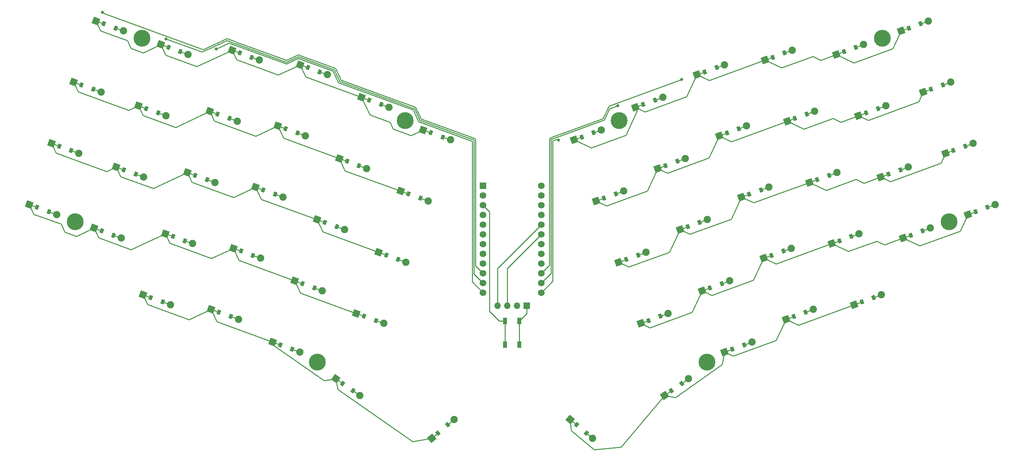
<source format=gbr>
%TF.GenerationSoftware,KiCad,Pcbnew,7.0.1-0*%
%TF.CreationDate,2023-04-16T11:56:44-05:00*%
%TF.ProjectId,tutorial,7475746f-7269-4616-9c2e-6b696361645f,v1.0.0*%
%TF.SameCoordinates,Original*%
%TF.FileFunction,Copper,L1,Top*%
%TF.FilePolarity,Positive*%
%FSLAX46Y46*%
G04 Gerber Fmt 4.6, Leading zero omitted, Abs format (unit mm)*
G04 Created by KiCad (PCBNEW 7.0.1-0) date 2023-04-16 11:56:44*
%MOMM*%
%LPD*%
G01*
G04 APERTURE LIST*
G04 Aperture macros list*
%AMRotRect*
0 Rectangle, with rotation*
0 The origin of the aperture is its center*
0 $1 length*
0 $2 width*
0 $3 Rotation angle, in degrees counterclockwise*
0 Add horizontal line*
21,1,$1,$2,0,0,$3*%
G04 Aperture macros list end*
%TA.AperFunction,SMDPad,CuDef*%
%ADD10R,1.100000X1.800000*%
%TD*%
%TA.AperFunction,ComponentPad*%
%ADD11RotRect,1.778000X1.778000X20.000000*%
%TD*%
%TA.AperFunction,SMDPad,CuDef*%
%ADD12RotRect,0.900000X1.200000X20.000000*%
%TD*%
%TA.AperFunction,ComponentPad*%
%ADD13C,1.905000*%
%TD*%
%TA.AperFunction,ComponentPad*%
%ADD14RotRect,1.778000X1.778000X340.000000*%
%TD*%
%TA.AperFunction,SMDPad,CuDef*%
%ADD15RotRect,0.900000X1.200000X340.000000*%
%TD*%
%TA.AperFunction,ComponentPad*%
%ADD16C,0.700000*%
%TD*%
%TA.AperFunction,ComponentPad*%
%ADD17C,4.400000*%
%TD*%
%TA.AperFunction,ComponentPad*%
%ADD18RotRect,1.778000X1.778000X40.000000*%
%TD*%
%TA.AperFunction,SMDPad,CuDef*%
%ADD19RotRect,0.900000X1.200000X40.000000*%
%TD*%
%TA.AperFunction,ComponentPad*%
%ADD20R,1.700000X1.700000*%
%TD*%
%TA.AperFunction,ComponentPad*%
%ADD21O,1.700000X1.700000*%
%TD*%
%TA.AperFunction,ComponentPad*%
%ADD22R,1.752600X1.752600*%
%TD*%
%TA.AperFunction,ComponentPad*%
%ADD23C,1.752600*%
%TD*%
%TA.AperFunction,ComponentPad*%
%ADD24RotRect,1.778000X1.778000X320.000000*%
%TD*%
%TA.AperFunction,SMDPad,CuDef*%
%ADD25RotRect,0.900000X1.200000X320.000000*%
%TD*%
%TA.AperFunction,ComponentPad*%
%ADD26RotRect,1.778000X1.778000X35.000000*%
%TD*%
%TA.AperFunction,SMDPad,CuDef*%
%ADD27RotRect,0.900000X1.200000X35.000000*%
%TD*%
%TA.AperFunction,ComponentPad*%
%ADD28RotRect,1.778000X1.778000X325.000000*%
%TD*%
%TA.AperFunction,SMDPad,CuDef*%
%ADD29RotRect,0.900000X1.200000X325.000000*%
%TD*%
%TA.AperFunction,ViaPad*%
%ADD30C,0.800000*%
%TD*%
%TA.AperFunction,Conductor*%
%ADD31C,0.250000*%
%TD*%
G04 APERTURE END LIST*
D10*
%TO.P,B1,1*%
%TO.N,GND*%
X183573329Y-173175926D03*
X183573329Y-179375926D03*
%TO.P,B1,2*%
%TO.N,RST*%
X179873329Y-173175926D03*
X179873329Y-179375926D03*
%TD*%
D11*
%TO.P,D35,1*%
%TO.N,P4*%
X277994812Y-135557314D03*
D12*
X280024548Y-134818550D03*
%TO.P,D35,2*%
%TO.N,mirror_pinky_home*%
X283125534Y-133689884D03*
D13*
X285155270Y-132951120D03*
%TD*%
D14*
%TO.P,D10,1*%
%TO.N,P18*%
X91101621Y-150383792D03*
D15*
X93131357Y-151122556D03*
%TO.P,D10,2*%
%TO.N,ring_bottom*%
X96232343Y-152251222D03*
D13*
X98262079Y-152989986D03*
%TD*%
D16*
%TO.P,_6,1*%
%TO.N,N/C*%
X294330321Y-147809110D03*
X294385406Y-146547457D03*
X295183494Y-148740185D03*
X295316481Y-145694284D03*
D17*
X295880814Y-147244777D03*
D16*
X296445147Y-148795270D03*
X296578134Y-145749369D03*
X297376222Y-147942097D03*
X297431307Y-146680444D03*
%TD*%
D14*
%TO.P,D25,1*%
%TO.N,P19*%
X146804315Y-155227335D03*
D15*
X148834051Y-155966099D03*
%TO.P,D25,2*%
%TO.N,inner_home*%
X151935037Y-157094765D03*
D13*
X153964773Y-157833529D03*
%TD*%
D11*
%TO.P,D39,1*%
%TO.N,P5*%
X265184580Y-152989986D03*
D12*
X267214316Y-152251222D03*
%TO.P,D39,2*%
%TO.N,mirror_ring_bottom*%
X270315302Y-151122556D03*
D13*
X272345038Y-150383792D03*
%TD*%
D11*
%TO.P,D41,1*%
%TO.N,P0*%
X253555893Y-121040438D03*
D12*
X255585629Y-120301674D03*
%TO.P,D41,2*%
%TO.N,mirror_ring_top*%
X258686615Y-119173008D03*
D13*
X260716351Y-118434244D03*
%TD*%
D11*
%TO.P,D43,1*%
%TO.N,P6*%
X253229407Y-172771892D03*
D12*
X255259143Y-172033128D03*
%TO.P,D43,2*%
%TO.N,mirror_middle_mod*%
X258360129Y-170904462D03*
D13*
X260389865Y-170165698D03*
%TD*%
D18*
%TO.P,D29,1*%
%TO.N,P15*%
X160705522Y-203831244D03*
D19*
X162360178Y-202442823D03*
%TO.P,D29,2*%
%TO.N,space_cluster*%
X164888124Y-200321623D03*
D13*
X166542780Y-198933202D03*
%TD*%
D16*
%TO.P,_1,1*%
%TO.N,N/C*%
X83458379Y-98756116D03*
X84311552Y-97825041D03*
X83513464Y-100017769D03*
X85573205Y-97769956D03*
D17*
X85008872Y-99320449D03*
D16*
X84444539Y-100870942D03*
X86504280Y-98623129D03*
X85706192Y-100815857D03*
X86559365Y-99884782D03*
%TD*%
D11*
%TO.P,D36,1*%
%TO.N,P0*%
X272180461Y-119582539D03*
D12*
X274210197Y-118843775D03*
%TO.P,D36,2*%
%TO.N,mirror_pinky_top*%
X277311183Y-117715109D03*
D13*
X279340919Y-116976345D03*
%TD*%
D14*
%TO.P,D17,1*%
%TO.N,P20*%
X120499832Y-122241369D03*
D15*
X122529568Y-122980133D03*
%TO.P,D17,2*%
%TO.N,middle_top*%
X125630554Y-124108799D03*
D13*
X127660290Y-124847563D03*
%TD*%
D14*
%TO.P,D16,1*%
%TO.N,P19*%
X114685479Y-138216148D03*
D15*
X116715215Y-138954912D03*
%TO.P,D16,2*%
%TO.N,middle_home*%
X119816201Y-140083578D03*
D13*
X121845937Y-140822342D03*
%TD*%
D14*
%TO.P,D26,1*%
%TO.N,P20*%
X152618658Y-139252562D03*
D15*
X154648394Y-139991326D03*
%TO.P,D26,2*%
%TO.N,inner_top*%
X157749380Y-141119992D03*
D13*
X159779116Y-141858756D03*
%TD*%
D14*
%TO.P,D22,1*%
%TO.N,P20*%
X136559249Y-130746969D03*
D15*
X138588985Y-131485733D03*
%TO.P,D22,2*%
%TO.N,index_top*%
X141689971Y-132614399D03*
D13*
X143719707Y-133353163D03*
%TD*%
D14*
%TO.P,D1,1*%
%TO.N,P18*%
X55562585Y-142769522D03*
D15*
X57592321Y-143508286D03*
%TO.P,D1,2*%
%TO.N,outer_bottom*%
X60693307Y-144636952D03*
D13*
X62723043Y-145375716D03*
%TD*%
D11*
%TO.P,D30,1*%
%TO.N,P5*%
X300723614Y-145375720D03*
D12*
X302753350Y-144636956D03*
%TO.P,D30,2*%
%TO.N,mirror_outer_bottom*%
X305854336Y-143508290D03*
D13*
X307884072Y-142769526D03*
%TD*%
D14*
%TO.P,D21,1*%
%TO.N,P19*%
X130744898Y-146721741D03*
D15*
X132774634Y-147460505D03*
%TO.P,D21,2*%
%TO.N,index_home*%
X135875620Y-148589171D03*
D13*
X137905356Y-149327935D03*
%TD*%
D20*
%TO.P,OLED1,1*%
%TO.N,GND*%
X185523336Y-169231975D03*
D21*
%TO.P,OLED1,2*%
%TO.N,VCC*%
X182983336Y-169231975D03*
%TO.P,OLED1,3*%
%TO.N,P3*%
X180443336Y-169231975D03*
%TO.P,OLED1,4*%
%TO.N,P2*%
X177903336Y-169231975D03*
%TD*%
D11*
%TO.P,D50,1*%
%TO.N,P4*%
X225541303Y-149327940D03*
D12*
X227571039Y-148589176D03*
%TO.P,D50,2*%
%TO.N,mirror_index_home*%
X230672025Y-147460510D03*
D13*
X232701761Y-146721746D03*
%TD*%
D11*
%TO.P,D34,1*%
%TO.N,P5*%
X283809152Y-151532094D03*
D12*
X285838888Y-150793330D03*
%TO.P,D34,2*%
%TO.N,mirror_pinky_bottom*%
X288939874Y-149664664D03*
D13*
X290969610Y-148925900D03*
%TD*%
D11*
%TO.P,D37,1*%
%TO.N,P1*%
X266366125Y-103607768D03*
D12*
X268395861Y-102869004D03*
%TO.P,D37,2*%
%TO.N,mirror_pinky_num*%
X271496847Y-101740338D03*
D13*
X273526583Y-101001574D03*
%TD*%
D14*
%TO.P,D2,1*%
%TO.N,P19*%
X61376932Y-126794752D03*
D15*
X63406668Y-127533516D03*
%TO.P,D2,2*%
%TO.N,outer_home*%
X66507654Y-128662182D03*
D13*
X68537390Y-129400946D03*
%TD*%
D22*
%TO.P,MCU1,1*%
%TO.N,RAW*%
X174103327Y-137861977D03*
D23*
%TO.P,MCU1,2*%
%TO.N,GND*%
X174103327Y-140401977D03*
%TO.P,MCU1,3*%
%TO.N,RST*%
X174103327Y-142941977D03*
%TO.P,MCU1,4*%
%TO.N,VCC*%
X174103327Y-145481977D03*
%TO.P,MCU1,5*%
%TO.N,P21*%
X174103327Y-148021977D03*
%TO.P,MCU1,6*%
%TO.N,P20*%
X174103327Y-150561977D03*
%TO.P,MCU1,7*%
%TO.N,P19*%
X174103327Y-153101977D03*
%TO.P,MCU1,8*%
%TO.N,P18*%
X174103327Y-155641977D03*
%TO.P,MCU1,9*%
%TO.N,P15*%
X174103327Y-158181977D03*
%TO.P,MCU1,10*%
%TO.N,P14*%
X174103327Y-160721977D03*
%TO.P,MCU1,11*%
%TO.N,P16*%
X174103327Y-163261977D03*
%TO.P,MCU1,12*%
%TO.N,P10*%
X174103327Y-165801977D03*
%TO.P,MCU1,13*%
%TO.N,P1*%
X189343327Y-137861977D03*
%TO.P,MCU1,14*%
%TO.N,P0*%
X189343327Y-140401977D03*
%TO.P,MCU1,15*%
%TO.N,GND*%
X189343327Y-142941977D03*
%TO.P,MCU1,16*%
X189343327Y-145481977D03*
%TO.P,MCU1,17*%
%TO.N,P2*%
X189343327Y-148021977D03*
%TO.P,MCU1,18*%
%TO.N,P3*%
X189343327Y-150561977D03*
%TO.P,MCU1,19*%
%TO.N,P4*%
X189343327Y-153101977D03*
%TO.P,MCU1,20*%
%TO.N,P5*%
X189343327Y-155641977D03*
%TO.P,MCU1,21*%
%TO.N,P6*%
X189343327Y-158181977D03*
%TO.P,MCU1,22*%
%TO.N,P7*%
X189343327Y-160721977D03*
%TO.P,MCU1,23*%
%TO.N,P8*%
X189343327Y-163261977D03*
%TO.P,MCU1,24*%
%TO.N,P9*%
X189343327Y-165801977D03*
%TD*%
D14*
%TO.P,D15,1*%
%TO.N,P18*%
X108871139Y-154190930D03*
D15*
X110900875Y-154929694D03*
%TO.P,D15,2*%
%TO.N,middle_bottom*%
X114001861Y-156058360D03*
D13*
X116031597Y-156797124D03*
%TD*%
D14*
%TO.P,D3,1*%
%TO.N,P20*%
X67191269Y-110819979D03*
D15*
X69221005Y-111558743D03*
%TO.P,D3,2*%
%TO.N,outer_top*%
X72321991Y-112687409D03*
D13*
X74351727Y-113426173D03*
%TD*%
D16*
%TO.P,_4,1*%
%TO.N,N/C*%
X129278271Y-183380934D03*
X130131444Y-182449859D03*
X129333356Y-184642587D03*
X131393097Y-182394774D03*
D17*
X130828764Y-183945267D03*
D16*
X130264431Y-185495760D03*
X132324172Y-183247947D03*
X131526084Y-185440675D03*
X132379257Y-184509600D03*
%TD*%
D11*
%TO.P,D32,1*%
%TO.N,P0*%
X289094933Y-113426174D03*
D12*
X291124669Y-112687410D03*
%TO.P,D32,2*%
%TO.N,mirror_outer_top*%
X294225655Y-111558744D03*
D13*
X296255391Y-110819980D03*
%TD*%
D14*
%TO.P,D12,1*%
%TO.N,P20*%
X102730301Y-118434242D03*
D15*
X104760037Y-119173006D03*
%TO.P,D12,2*%
%TO.N,ring_top*%
X107861023Y-120301672D03*
D13*
X109890759Y-121040436D03*
%TD*%
D14*
%TO.P,D19,1*%
%TO.N,P15*%
X119116222Y-178671295D03*
D15*
X121145958Y-179410059D03*
%TO.P,D19,2*%
%TO.N,index_mod*%
X124246944Y-180538725D03*
D13*
X126276680Y-181277489D03*
%TD*%
D11*
%TO.P,D38,1*%
%TO.N,P6*%
X270998924Y-168964758D03*
D12*
X273028660Y-168225994D03*
%TO.P,D38,2*%
%TO.N,mirror_ring_mod*%
X276129646Y-167097328D03*
D13*
X278159382Y-166358564D03*
%TD*%
D11*
%TO.P,D40,1*%
%TO.N,P4*%
X259370240Y-137015215D03*
D12*
X261399976Y-136276451D03*
%TO.P,D40,2*%
%TO.N,mirror_ring_home*%
X264500962Y-135147785D03*
D13*
X266530698Y-134409021D03*
%TD*%
D11*
%TO.P,D56,1*%
%TO.N,P1*%
X197853202Y-125883985D03*
D12*
X199882938Y-125145221D03*
%TO.P,D56,2*%
%TO.N,mirror_inner_num*%
X202983924Y-124016555D03*
D13*
X205013660Y-123277791D03*
%TD*%
D11*
%TO.P,D33,1*%
%TO.N,P1*%
X283280592Y-97451393D03*
D12*
X285310328Y-96712629D03*
%TO.P,D33,2*%
%TO.N,mirror_outer_num*%
X288411314Y-95583963D03*
D13*
X290441050Y-94845199D03*
%TD*%
D11*
%TO.P,D46,1*%
%TO.N,P0*%
X235786378Y-124847566D03*
D12*
X237816114Y-124108802D03*
%TO.P,D46,2*%
%TO.N,mirror_middle_top*%
X240917100Y-122980136D03*
D13*
X242946836Y-122241372D03*
%TD*%
D11*
%TO.P,D47,1*%
%TO.N,P1*%
X229972042Y-108872787D03*
D12*
X232001778Y-108134023D03*
%TO.P,D47,2*%
%TO.N,mirror_middle_num*%
X235102764Y-107005357D03*
D13*
X237132500Y-106266593D03*
%TD*%
D14*
%TO.P,D20,1*%
%TO.N,P18*%
X124930549Y-162696516D03*
D15*
X126960285Y-163435280D03*
%TO.P,D20,2*%
%TO.N,index_bottom*%
X130061271Y-164563946D03*
D13*
X132091007Y-165302710D03*
%TD*%
D11*
%TO.P,D31,1*%
%TO.N,P4*%
X294909266Y-129400941D03*
D12*
X296939002Y-128662177D03*
%TO.P,D31,2*%
%TO.N,mirror_outer_home*%
X300039988Y-127533511D03*
D13*
X302069724Y-126794747D03*
%TD*%
D11*
%TO.P,D45,1*%
%TO.N,P4*%
X241600724Y-140822343D03*
D12*
X243630460Y-140083579D03*
%TO.P,D45,2*%
%TO.N,mirror_middle_home*%
X246731446Y-138954913D03*
D13*
X248761182Y-138216149D03*
%TD*%
D14*
%TO.P,D18,1*%
%TO.N,P21*%
X126314167Y-106266604D03*
D15*
X128343903Y-107005368D03*
%TO.P,D18,2*%
%TO.N,middle_num*%
X131444889Y-108134034D03*
D13*
X133474625Y-108872798D03*
%TD*%
D11*
%TO.P,D42,1*%
%TO.N,P1*%
X247741558Y-105065661D03*
D12*
X249771294Y-104326897D03*
%TO.P,D42,2*%
%TO.N,mirror_ring_num*%
X252872280Y-103198231D03*
D13*
X254902016Y-102459467D03*
%TD*%
D24*
%TO.P,D58,1*%
%TO.N,P6*%
X196903874Y-198933199D03*
D25*
X198558530Y-200321620D03*
%TO.P,D58,2*%
%TO.N,mirror_space_cluster*%
X201086476Y-202442820D03*
D13*
X202741132Y-203831241D03*
%TD*%
D14*
%TO.P,D11,1*%
%TO.N,P19*%
X96915963Y-134409021D03*
D15*
X98945699Y-135147785D03*
%TO.P,D11,2*%
%TO.N,ring_home*%
X102046685Y-136276451D03*
D13*
X104076421Y-137015215D03*
%TD*%
D16*
%TO.P,_5,1*%
%TO.N,N/C*%
X276887287Y-99884786D03*
X276942372Y-98623133D03*
X277740460Y-100815861D03*
X277873447Y-97769960D03*
D17*
X278437780Y-99320453D03*
D16*
X279002113Y-100870946D03*
X279135100Y-97825045D03*
X279933188Y-100017773D03*
X279988273Y-98756120D03*
%TD*%
D14*
%TO.P,D24,1*%
%TO.N,P18*%
X140989973Y-171202106D03*
D15*
X143019709Y-171940870D03*
%TO.P,D24,2*%
%TO.N,inner_bottom*%
X146120695Y-173069536D03*
D13*
X148150431Y-173808300D03*
%TD*%
D11*
%TO.P,D44,1*%
%TO.N,P5*%
X247415058Y-156797116D03*
D12*
X249444794Y-156058352D03*
%TO.P,D44,2*%
%TO.N,mirror_middle_bottom*%
X252545780Y-154929686D03*
D13*
X254575516Y-154190922D03*
%TD*%
D14*
%TO.P,D5,1*%
%TO.N,P18*%
X72477055Y-148925898D03*
D15*
X74506791Y-149664662D03*
%TO.P,D5,2*%
%TO.N,pinky_bottom*%
X77607777Y-150793328D03*
D13*
X79637513Y-151532092D03*
%TD*%
D14*
%TO.P,D7,1*%
%TO.N,P20*%
X84105741Y-116976347D03*
D15*
X86135477Y-117715111D03*
%TO.P,D7,2*%
%TO.N,pinky_top*%
X89236463Y-118843777D03*
D13*
X91266199Y-119582541D03*
%TD*%
D16*
%TO.P,_3,1*%
%TO.N,N/C*%
X152244917Y-120280582D03*
X153098090Y-119349507D03*
X152300002Y-121542235D03*
X154359743Y-119294422D03*
D17*
X153795410Y-120844915D03*
D16*
X153231077Y-122395408D03*
X155290818Y-120147595D03*
X154492730Y-122340323D03*
X155345903Y-121409248D03*
%TD*%
D11*
%TO.P,D54,1*%
%TO.N,P4*%
X209481888Y-157833532D03*
D12*
X211511624Y-157094768D03*
%TO.P,D54,2*%
%TO.N,mirror_inner_home*%
X214612610Y-155966102D03*
D13*
X216642346Y-155227338D03*
%TD*%
D11*
%TO.P,D49,1*%
%TO.N,P5*%
X231355647Y-165302714D03*
D12*
X233385383Y-164563950D03*
%TO.P,D49,2*%
%TO.N,mirror_index_bottom*%
X236486369Y-163435284D03*
D13*
X238516105Y-162696520D03*
%TD*%
D11*
%TO.P,D53,1*%
%TO.N,P5*%
X215296226Y-173808310D03*
D12*
X217325962Y-173069546D03*
%TO.P,D53,2*%
%TO.N,mirror_inner_bottom*%
X220426948Y-171940880D03*
D13*
X222456684Y-171202116D03*
%TD*%
D14*
%TO.P,D23,1*%
%TO.N,P21*%
X142373579Y-114772194D03*
D15*
X144403315Y-115510958D03*
%TO.P,D23,2*%
%TO.N,index_num*%
X147504301Y-116639624D03*
D13*
X149534037Y-117378388D03*
%TD*%
D14*
%TO.P,D4,1*%
%TO.N,P21*%
X73005611Y-94845207D03*
D15*
X75035347Y-95583971D03*
%TO.P,D4,2*%
%TO.N,outer_num*%
X78136333Y-96712637D03*
D13*
X80166069Y-97451401D03*
%TD*%
D11*
%TO.P,D52,1*%
%TO.N,P1*%
X213912617Y-117378388D03*
D12*
X215942353Y-116639624D03*
%TO.P,D52,2*%
%TO.N,mirror_index_num*%
X219043339Y-115510958D03*
D13*
X221073075Y-114772194D03*
%TD*%
D11*
%TO.P,D55,1*%
%TO.N,P0*%
X203667551Y-141858750D03*
D12*
X205697287Y-141119986D03*
%TO.P,D55,2*%
%TO.N,mirror_inner_top*%
X208798273Y-139991320D03*
D13*
X210828009Y-139252556D03*
%TD*%
D14*
%TO.P,D13,1*%
%TO.N,P21*%
X108544647Y-102459466D03*
D15*
X110574383Y-103198230D03*
%TO.P,D13,2*%
%TO.N,ring_num*%
X113675369Y-104326896D03*
D13*
X115705105Y-105065660D03*
%TD*%
D16*
%TO.P,_2,1*%
%TO.N,N/C*%
X66015359Y-146680444D03*
X66868532Y-145749369D03*
X66070444Y-147942097D03*
X68130185Y-145694284D03*
D17*
X67565852Y-147244777D03*
D16*
X67001519Y-148795270D03*
X69061260Y-146547457D03*
X68263172Y-148740185D03*
X69116345Y-147809110D03*
%TD*%
D14*
%TO.P,D14,1*%
%TO.N,P15*%
X103056796Y-170165693D03*
D15*
X105086532Y-170904457D03*
%TO.P,D14,2*%
%TO.N,middle_mod*%
X108187518Y-172033123D03*
D13*
X110217254Y-172771887D03*
%TD*%
D11*
%TO.P,D48,1*%
%TO.N,P6*%
X237169982Y-181277479D03*
D12*
X239199718Y-180538715D03*
%TO.P,D48,2*%
%TO.N,mirror_index_mod*%
X242300704Y-179410049D03*
D13*
X244330440Y-178671285D03*
%TD*%
D26*
%TO.P,D57,1*%
%TO.N,P6*%
X221532266Y-192626029D03*
D27*
X223301634Y-191387104D03*
%TO.P,D57,2*%
%TO.N,mirror_layer_cluster*%
X226004836Y-189494302D03*
D13*
X227774204Y-188255377D03*
%TD*%
D16*
%TO.P,_7,1*%
%TO.N,N/C*%
X208100762Y-121409253D03*
X208155847Y-120147600D03*
X208953935Y-122340328D03*
X209086922Y-119294427D03*
D17*
X209651255Y-120844920D03*
D16*
X210215588Y-122395413D03*
X210348575Y-119349512D03*
X211146663Y-121542240D03*
X211201748Y-120280587D03*
%TD*%
D14*
%TO.P,D6,1*%
%TO.N,P19*%
X78291401Y-132951114D03*
D15*
X80321137Y-133689878D03*
%TO.P,D6,2*%
%TO.N,pinky_home*%
X83422123Y-134818544D03*
D13*
X85451859Y-135557308D03*
%TD*%
D11*
%TO.P,D51,1*%
%TO.N,P0*%
X219726960Y-133353157D03*
D12*
X221756696Y-132614393D03*
%TO.P,D51,2*%
%TO.N,mirror_index_top*%
X224857682Y-131485727D03*
D13*
X226887418Y-130746963D03*
%TD*%
D16*
%TO.P,_8,1*%
%TO.N,N/C*%
X231067409Y-184509613D03*
X231122494Y-183247960D03*
X231920582Y-185440688D03*
X232053569Y-182394787D03*
D17*
X232617902Y-183945280D03*
D16*
X233182235Y-185495773D03*
X233315222Y-182449872D03*
X234113310Y-184642600D03*
X234168395Y-183380947D03*
%TD*%
D14*
%TO.P,D27,1*%
%TO.N,P21*%
X158432998Y-123277788D03*
D15*
X160462734Y-124016552D03*
%TO.P,D27,2*%
%TO.N,inner_num*%
X163563720Y-125145218D03*
D13*
X165593456Y-125883982D03*
%TD*%
D28*
%TO.P,D28,1*%
%TO.N,P15*%
X135672453Y-188255376D03*
D29*
X137441821Y-189494301D03*
%TO.P,D28,2*%
%TO.N,layer_cluster*%
X140145023Y-191387103D03*
D13*
X141914391Y-192626028D03*
%TD*%
D14*
%TO.P,D9,1*%
%TO.N,P15*%
X85287277Y-166358561D03*
D15*
X87317013Y-167097325D03*
%TO.P,D9,2*%
%TO.N,ring_mod*%
X90417999Y-168225991D03*
D13*
X92447735Y-168964755D03*
%TD*%
D14*
%TO.P,D8,1*%
%TO.N,P21*%
X89920077Y-101001572D03*
D15*
X91949813Y-101740336D03*
%TO.P,D8,2*%
%TO.N,pinky_num*%
X95050799Y-102869002D03*
D13*
X97080535Y-103607766D03*
%TD*%
D30*
%TO.N,P9*%
X193818378Y-125981688D03*
%TO.N,P8*%
X209312704Y-116947936D03*
%TO.N,P7*%
X225979376Y-110110766D03*
%TO.N,P14*%
X74690239Y-92607708D03*
%TO.N,P16*%
X91331087Y-99515822D03*
%TO.N,P10*%
X104419076Y-102151107D03*
%TD*%
D31*
%TO.N,P9*%
X192337914Y-126122620D02*
X193339126Y-125758209D01*
X193339126Y-125758209D02*
X193818378Y-125981688D01*
X192337913Y-127013406D02*
X192337914Y-126122620D01*
X192337913Y-152477023D02*
X192337912Y-149863423D01*
X192337912Y-149863423D02*
X192337913Y-127013406D01*
%TO.N,P8*%
X205777387Y-120701087D02*
X207106587Y-117850608D01*
X192056112Y-125695221D02*
X205777387Y-120701087D01*
X207106587Y-117850608D02*
X207162590Y-117730513D01*
X207162590Y-117730513D02*
X209312704Y-116947936D01*
%TO.N,P7*%
X206997584Y-117019573D02*
X225979376Y-110110766D01*
X205458847Y-120319409D02*
X206997584Y-117019573D01*
X191837913Y-125277024D02*
X205458847Y-120319409D01*
%TO.N,P9*%
X189343328Y-165801973D02*
X192337915Y-162807390D01*
X192337915Y-162807390D02*
X192337913Y-152477023D01*
%TO.N,P8*%
X189343327Y-163261976D02*
X191887914Y-160717389D01*
X191887913Y-125863420D02*
X192056112Y-125695221D01*
X191887912Y-149677025D02*
X191887913Y-125863420D01*
X191887914Y-160717389D02*
X191887912Y-149677025D01*
%TO.N,P7*%
X191437913Y-125677024D02*
X191837913Y-125277024D01*
X191437912Y-155877026D02*
X191437913Y-125677024D01*
X189343328Y-160721975D02*
X191437910Y-158627390D01*
X191437910Y-158627390D02*
X191437912Y-155877026D01*
%TO.N,P14*%
X74737224Y-92624810D02*
X74690239Y-92607708D01*
X74782049Y-92720940D02*
X74737224Y-92624810D01*
X103742122Y-101034007D02*
X101059243Y-102285051D01*
X101059243Y-102285051D02*
X74782049Y-92720940D01*
X109374915Y-100230262D02*
X107179421Y-99431165D01*
X107179421Y-99431165D02*
X103742122Y-101034007D01*
%TO.N,P16*%
X100728017Y-102936025D02*
X91331087Y-99515822D01*
X102778756Y-101979747D02*
X100728017Y-102936025D01*
X108845131Y-100516316D02*
X107200658Y-99917780D01*
X107200658Y-99917780D02*
X102778756Y-101979747D01*
%TO.N,P10*%
X107751524Y-100597157D02*
X104419076Y-102151107D01*
X108315345Y-100802364D02*
X107751524Y-100597157D01*
%TO.N,P14*%
X109656822Y-100332868D02*
X109374915Y-100230262D01*
X122342673Y-104950137D02*
X109656822Y-100332868D01*
X125820227Y-103661837D02*
X123816136Y-104596362D01*
X122744115Y-105096253D02*
X122342673Y-104950137D01*
X126546412Y-103926149D02*
X125820227Y-103661837D01*
X123816136Y-104596362D02*
X122744115Y-105096253D01*
%TO.N,P16*%
X109080052Y-100601820D02*
X108845131Y-100516316D01*
X122564642Y-105509810D02*
X109080052Y-100601820D01*
X125841473Y-104148452D02*
X124006317Y-105004200D01*
X124006317Y-105004200D02*
X122765364Y-105582864D01*
X126204564Y-104280608D02*
X125841473Y-104148452D01*
X122765364Y-105582864D02*
X122564642Y-105509810D01*
%TO.N,P10*%
X122786608Y-106069476D02*
X108315345Y-100802364D01*
X125862721Y-104635062D02*
X122786608Y-106069476D01*
X134883770Y-107918461D02*
X125862721Y-104635062D01*
X171259927Y-126299361D02*
X171159927Y-126199361D01*
X171259928Y-162958573D02*
X171259927Y-126299361D01*
X136318183Y-110994570D02*
X134883770Y-107918461D01*
X155863787Y-118108590D02*
X136318183Y-110994570D01*
X174103325Y-165801977D02*
X171259928Y-162958573D01*
X157281025Y-121147854D02*
X155863787Y-118108590D01*
X171159927Y-126199361D02*
X157281025Y-121147854D01*
%TO.N,P14*%
X136976307Y-110276347D02*
X136715485Y-109717015D01*
X152788715Y-116031591D02*
X136976307Y-110276347D01*
X136715485Y-109717015D02*
X135541898Y-107200235D01*
X134439832Y-106799119D02*
X126546412Y-103926149D01*
X135541898Y-107200235D02*
X134439832Y-106799119D01*
%TO.N,P16*%
X134661797Y-107358788D02*
X126204564Y-104280608D01*
X152446869Y-116386049D02*
X136647248Y-110635459D01*
X136647248Y-110635459D02*
X135212834Y-107559349D01*
X135212834Y-107559349D02*
X134661797Y-107358788D01*
%TO.N,P14*%
X156171607Y-117262863D02*
X152882685Y-116065793D01*
X157874808Y-120291657D02*
X156521916Y-117390365D01*
X152882685Y-116065793D02*
X152788715Y-116031591D01*
X156521916Y-117390365D02*
X156171607Y-117262863D01*
%TO.N,P16*%
X155842540Y-117621976D02*
X152446869Y-116386049D01*
X157407206Y-120353664D02*
X156192854Y-117749475D01*
X156192854Y-117749475D02*
X155842540Y-117621976D01*
%TO.N,P14*%
X157939150Y-120429632D02*
X157874808Y-120291657D01*
X170395673Y-124963434D02*
X157939150Y-120429632D01*
X172159926Y-125926572D02*
X171979647Y-125539956D01*
X171979647Y-125539956D02*
X170395673Y-124963434D01*
%TO.N,P16*%
X157610086Y-120788745D02*
X157407206Y-120353664D01*
X169677949Y-125181085D02*
X157610086Y-120788745D01*
X171709926Y-126112966D02*
X171601923Y-125881359D01*
X171601923Y-125881359D02*
X169677949Y-125181085D01*
%TO.N,P14*%
X174103330Y-160721977D02*
X172159929Y-158778576D01*
X172159929Y-158778576D02*
X172159926Y-125926572D01*
%TO.N,P16*%
X174103328Y-163261973D02*
X171709931Y-160868573D01*
X171709931Y-160868573D02*
X171709926Y-126112966D01*
%TO.N,GND*%
X185523333Y-169231971D02*
X185523331Y-171225923D01*
X185523331Y-171225923D02*
X183573331Y-173175924D01*
X183573328Y-179375926D02*
X183573331Y-173175924D01*
%TO.N,RST*%
X179873330Y-179375921D02*
X179873327Y-173175923D01*
X178322721Y-173175924D02*
X175809945Y-170663145D01*
X179873327Y-173175923D02*
X178322721Y-173175924D01*
X175809943Y-144648591D02*
X174103331Y-142941978D01*
X175809945Y-170663145D02*
X175809943Y-144648591D01*
%TO.N,P2*%
X177903328Y-169231975D02*
X177903331Y-159461971D01*
X177903331Y-159461971D02*
X189343329Y-148021975D01*
%TO.N,P3*%
X180443331Y-169231970D02*
X180443333Y-159461972D01*
X180443333Y-159461972D02*
X189343328Y-150561974D01*
%TO.N,P6*%
X197151930Y-201768400D02*
X203112146Y-206769614D01*
X196903876Y-198933197D02*
X197151930Y-201768400D01*
X203112146Y-206769614D02*
X210183511Y-206150947D01*
X210183511Y-206150947D02*
X221532264Y-192626034D01*
X237169984Y-181277481D02*
X236589117Y-184571803D01*
X236589117Y-184571803D02*
X224371508Y-193126667D01*
X224371508Y-193126667D02*
X221532264Y-192626034D01*
%TO.N,mirror_space_cluster*%
X201086489Y-202442814D02*
X202741132Y-203831242D01*
%TO.N,P6*%
X196903876Y-198933197D02*
X198558528Y-200321618D01*
%TO.N,mirror_layer_cluster*%
X226004837Y-189494308D02*
X227774201Y-188255372D01*
%TO.N,P6*%
X221532267Y-192626027D02*
X223301640Y-191387104D01*
%TO.N,P4*%
X241600718Y-140822336D02*
X238914912Y-146582055D01*
X238914912Y-146582055D02*
X228096736Y-150519555D01*
X228096736Y-150519555D02*
X225541306Y-149327936D01*
X225541306Y-149327936D02*
X222795738Y-155215816D01*
X212165482Y-159084918D02*
X209481886Y-157833525D01*
X222795738Y-155215816D02*
X212165482Y-159084918D01*
%TO.N,P5*%
X231355644Y-165302711D02*
X228729619Y-170934250D01*
X228729619Y-170934250D02*
X217723487Y-174940146D01*
X217723487Y-174940146D02*
X215296229Y-173808302D01*
X247415063Y-156797113D02*
X244729265Y-162556827D01*
X244729265Y-162556827D02*
X233911073Y-166494330D01*
X233911073Y-166494330D02*
X231355644Y-165302711D01*
%TO.N,P6*%
X253229406Y-172771891D02*
X250663142Y-178275261D01*
X239469072Y-182349568D02*
X237169989Y-181277489D01*
X250663142Y-178275261D02*
X239469072Y-182349568D01*
X270998921Y-168964758D02*
X256433688Y-174266069D01*
X256433688Y-174266069D02*
X253229406Y-172771891D01*
%TO.N,P5*%
X269534411Y-155018341D02*
X276950500Y-152319103D01*
X265184581Y-152989981D02*
X269534411Y-155018341D01*
X279009231Y-153279110D02*
X283809143Y-151532085D01*
X276950500Y-152319103D02*
X279009231Y-153279110D01*
%TO.N,P4*%
X241600718Y-140822336D02*
X244805004Y-142316521D01*
X244805004Y-142316521D02*
X259370236Y-137015212D01*
%TO.N,P5*%
X247415063Y-156797113D02*
X250619331Y-158291299D01*
X250619331Y-158291299D02*
X265184581Y-152989981D01*
%TO.N,P4*%
X259370236Y-137015212D02*
X263720067Y-139043564D01*
X271512025Y-136207520D02*
X273570765Y-137167526D01*
X263720067Y-139043564D02*
X271512025Y-136207520D01*
X273570765Y-137167526D02*
X277994806Y-135557311D01*
%TO.N,P0*%
X253555895Y-121040437D02*
X257905726Y-123068798D01*
X265509751Y-120301157D02*
X267568489Y-121261157D01*
X257905726Y-123068798D02*
X265509751Y-120301157D01*
X267568489Y-121261157D02*
X272180470Y-119582536D01*
X253555895Y-121040437D02*
X238990660Y-126341750D01*
X238990660Y-126341750D02*
X235786376Y-124847567D01*
X235786376Y-124847567D02*
X233100579Y-130607280D01*
X233100579Y-130607280D02*
X222282387Y-134544775D01*
X222282387Y-134544775D02*
X219726958Y-133353160D01*
X219726958Y-133353160D02*
X216981396Y-139241039D01*
X206351151Y-143110135D02*
X203667543Y-141858752D01*
X216981396Y-139241039D02*
X206351151Y-143110135D01*
%TO.N,P1*%
X213912624Y-117378388D02*
X214302183Y-118448694D01*
X211400628Y-124671103D02*
X202331200Y-127972107D01*
X214302183Y-118448694D02*
X211400628Y-124671103D01*
X202331200Y-127972107D02*
X197853202Y-125883976D01*
X229972041Y-108872787D02*
X227286236Y-114632503D01*
X216468049Y-118570000D02*
X213912624Y-117378388D01*
X227286236Y-114632503D02*
X216468049Y-118570000D01*
X247741555Y-105065665D02*
X233176319Y-110366969D01*
X233176319Y-110366969D02*
X229972041Y-108872787D01*
X252091381Y-107094020D02*
X260259221Y-104121168D01*
X260259221Y-104121168D02*
X262317964Y-105081166D01*
X247741555Y-105065665D02*
X252091381Y-107094020D01*
X262317964Y-105081166D02*
X266366122Y-103607762D01*
%TO.N,P5*%
X298695256Y-149725553D02*
X288158977Y-153560442D01*
X283809143Y-151532085D02*
X288158977Y-153560442D01*
X300723622Y-145375725D02*
X298695256Y-149725553D01*
%TO.N,P4*%
X294909271Y-129400943D02*
X293717647Y-131956376D01*
X293717647Y-131956376D02*
X280550243Y-136748932D01*
X280550243Y-136748932D02*
X277994806Y-135557311D01*
%TO.N,P0*%
X289094933Y-113426178D02*
X287903317Y-115981600D01*
X287903317Y-115981600D02*
X274735896Y-120774155D01*
X274735896Y-120774155D02*
X272180470Y-119582536D01*
%TO.N,P1*%
X283280590Y-97451400D02*
X281132701Y-102057570D01*
X281132701Y-102057570D02*
X270972288Y-105755656D01*
X270972288Y-105755656D02*
X266366122Y-103607762D01*
%TO.N,mirror_pinky_num*%
X273526579Y-101001573D02*
X271496841Y-101740332D01*
%TO.N,mirror_middle_num*%
X235102756Y-107005359D02*
X237132493Y-106266592D01*
%TO.N,P1*%
X229972041Y-108872787D02*
X232001776Y-108134023D01*
%TO.N,mirror_index_num*%
X219043341Y-115510957D02*
X221073072Y-114772192D01*
%TO.N,P1*%
X213912624Y-117378388D02*
X215942358Y-116639627D01*
%TO.N,P0*%
X255585629Y-120301671D02*
X253555895Y-121040437D01*
%TO.N,mirror_ring_top*%
X258686620Y-119173008D02*
X260716355Y-118434244D01*
%TO.N,mirror_outer_num*%
X288411306Y-95583969D02*
X290441040Y-94845206D01*
%TO.N,P1*%
X283280590Y-97451400D02*
X285310320Y-96712636D01*
X266366122Y-103607762D02*
X268395859Y-102869003D01*
%TO.N,mirror_ring_num*%
X252872275Y-103198228D02*
X254902006Y-102459471D01*
%TO.N,P1*%
X247741555Y-105065665D02*
X249771290Y-104326900D01*
%TO.N,mirror_outer_top*%
X294225655Y-111558746D02*
X296255387Y-110819985D01*
%TO.N,P0*%
X289094933Y-113426178D02*
X291124668Y-112687413D01*
%TO.N,mirror_pinky_top*%
X277311186Y-117715108D02*
X279340925Y-116976347D01*
%TO.N,P0*%
X272180470Y-119582536D02*
X274210202Y-118843772D01*
%TO.N,P4*%
X277994806Y-135557311D02*
X280024541Y-134818548D01*
%TO.N,mirror_pinky_home*%
X283125532Y-133689883D02*
X285155262Y-132951118D01*
%TO.N,P4*%
X296939004Y-128662177D02*
X294909271Y-129400943D01*
%TO.N,mirror_outer_home*%
X302069726Y-126794746D02*
X300039985Y-127533518D01*
%TO.N,mirror_outer_bottom*%
X305854340Y-143508289D02*
X307884075Y-142769531D01*
%TO.N,P5*%
X300723622Y-145375725D02*
X302753356Y-144636959D01*
%TO.N,mirror_pinky_bottom*%
X288939869Y-149664659D02*
X290969600Y-148925896D01*
%TO.N,P5*%
X283809143Y-151532085D02*
X285838882Y-150793320D01*
%TO.N,mirror_ring_mod*%
X276129641Y-167097338D02*
X278159381Y-166358567D01*
%TO.N,P6*%
X270998921Y-168964758D02*
X273028662Y-168225993D01*
%TO.N,mirror_middle_mod*%
X258360126Y-170904457D02*
X260389866Y-170165695D01*
%TO.N,P6*%
X255259145Y-172033127D02*
X253229406Y-172771891D01*
%TO.N,mirror_ring_home*%
X264500958Y-135147779D02*
X266530693Y-134409007D01*
%TO.N,P4*%
X259370236Y-137015212D02*
X261399974Y-136276443D01*
%TO.N,mirror_ring_bottom*%
X270315299Y-151122558D02*
X272345039Y-150383791D01*
%TO.N,mirror_middle_bottom*%
X252545789Y-154929686D02*
X254575520Y-154190922D01*
%TO.N,P5*%
X249444797Y-156058351D02*
X247415063Y-156797113D01*
X267214320Y-152251221D02*
X265184581Y-152989981D01*
%TO.N,P4*%
X243630464Y-140083573D02*
X241600718Y-140822336D01*
%TO.N,mirror_middle_home*%
X246731438Y-138954908D02*
X248761172Y-138216146D01*
%TO.N,mirror_middle_top*%
X240917103Y-122980136D02*
X242946836Y-122241373D01*
%TO.N,P0*%
X235786376Y-124847567D02*
X237816112Y-124108808D01*
X221756700Y-132614397D02*
X219726958Y-133353160D01*
%TO.N,mirror_index_top*%
X226887422Y-130746960D02*
X224857685Y-131485727D01*
%TO.N,mirror_index_home*%
X230672027Y-147460506D02*
X232701759Y-146721739D01*
%TO.N,P4*%
X227571038Y-148589175D02*
X225541306Y-149327936D01*
%TO.N,P5*%
X233385379Y-164563947D02*
X231355644Y-165302711D01*
%TO.N,mirror_index_bottom*%
X238516103Y-162696520D02*
X236486371Y-163435279D01*
%TO.N,mirror_index_mod*%
X242300712Y-179410052D02*
X244330447Y-178671290D01*
%TO.N,P6*%
X239199725Y-180538718D02*
X237169989Y-181277489D01*
%TO.N,mirror_inner_bottom*%
X220426949Y-171940878D02*
X222456684Y-171202112D01*
%TO.N,P5*%
X217325963Y-173069540D02*
X215296229Y-173808302D01*
%TO.N,mirror_inner_home*%
X214612610Y-155966111D02*
X216642345Y-155227339D01*
%TO.N,P4*%
X211511624Y-157094765D02*
X209481886Y-157833525D01*
%TO.N,mirror_inner_top*%
X208798262Y-139991325D02*
X210828004Y-139252558D01*
%TO.N,P0*%
X205697280Y-141119995D02*
X203667543Y-141858752D01*
%TO.N,mirror_inner_num*%
X202983930Y-124016551D02*
X205013660Y-123277785D01*
%TO.N,P1*%
X199882935Y-125145221D02*
X197853202Y-125883976D01*
%TO.N,space_cluster*%
X164888119Y-200321620D02*
X166542788Y-198933193D01*
%TO.N,P15*%
X162360174Y-202442819D02*
X160705523Y-203831234D01*
X160705523Y-203831234D02*
X155724526Y-204709524D01*
X136157966Y-191008865D02*
X135672456Y-188255376D01*
X155724526Y-204709524D02*
X136157966Y-191008865D01*
X119116208Y-178671292D02*
X119246762Y-179411671D01*
X119246762Y-179411671D02*
X132640412Y-188790014D01*
X132640412Y-188790014D02*
X135672456Y-188255376D01*
X137441825Y-189494295D02*
X135672456Y-188255376D01*
%TO.N,layer_cluster*%
X141914390Y-192626032D02*
X140145025Y-191387112D01*
%TO.N,outer_bottom*%
X60693307Y-144636962D02*
X62723042Y-145375725D01*
%TO.N,outer_home*%
X68537385Y-129400951D02*
X66507647Y-128662182D01*
%TO.N,outer_top*%
X72321997Y-112687402D02*
X74351725Y-113426178D01*
%TO.N,outer_num*%
X80166070Y-97451402D02*
X78136332Y-96712634D01*
%TO.N,pinky_bottom*%
X77607770Y-150793326D02*
X79637508Y-151532083D01*
%TO.N,pinky_home*%
X85451852Y-135557311D02*
X83422123Y-134818549D01*
%TO.N,pinky_top*%
X91266204Y-119582538D02*
X89236467Y-118843779D01*
%TO.N,pinky_num*%
X95050804Y-102869004D02*
X97080545Y-103607759D01*
%TO.N,ring_mod*%
X92447740Y-168964757D02*
X90417998Y-168225994D01*
%TO.N,ring_bottom*%
X96232343Y-152251212D02*
X98262082Y-152989979D01*
%TO.N,ring_home*%
X104076419Y-137015211D02*
X102046684Y-136276450D01*
%TO.N,ring_top*%
X107861028Y-120301680D02*
X109890765Y-121040435D01*
%TO.N,ring_num*%
X113675371Y-104326895D02*
X115705110Y-105065660D01*
%TO.N,middle_mod*%
X108187515Y-172033125D02*
X110217256Y-172771897D01*
%TO.N,middle_bottom*%
X114001863Y-156058346D02*
X116031601Y-156797113D01*
%TO.N,middle_home*%
X119816198Y-140083579D02*
X121845944Y-140822342D01*
%TO.N,middle_top*%
X125630545Y-124108795D02*
X127660283Y-124847568D01*
%TO.N,middle_num*%
X131444885Y-108134025D02*
X133474627Y-108872791D01*
%TO.N,index_mod*%
X126276669Y-181277484D02*
X124246938Y-180538724D01*
%TO.N,index_bottom*%
X132091018Y-165302712D02*
X130061282Y-164563947D01*
%TO.N,index_home*%
X137905356Y-149327937D02*
X135875620Y-148589177D01*
%TO.N,index_top*%
X141689964Y-132614395D02*
X143719700Y-133353161D01*
%TO.N,index_num*%
X147504306Y-116639622D02*
X149534039Y-117378386D01*
%TO.N,inner_bottom*%
X146120702Y-173069530D02*
X148150423Y-173808308D01*
%TO.N,inner_home*%
X151935039Y-157094766D02*
X153964772Y-157833534D01*
%TO.N,inner_top*%
X157749382Y-141119983D02*
X159779114Y-141858754D01*
%TO.N,inner_num*%
X163563714Y-125145218D02*
X165593460Y-125883979D01*
%TO.N,P18*%
X63928237Y-147908728D02*
X56738834Y-145292001D01*
X126960294Y-163435287D02*
X124930555Y-162696515D01*
X64884512Y-149959473D02*
X63928237Y-147908728D01*
X110365312Y-157395201D02*
X108871140Y-154190916D01*
X72477061Y-148925897D02*
X72464747Y-148921412D01*
X56738834Y-145292001D02*
X55562586Y-142769531D01*
X126424745Y-165900798D02*
X124930555Y-162696515D01*
X82158287Y-154543923D02*
X73653302Y-151448359D01*
X72464747Y-148921412D02*
X67891541Y-151053937D01*
X140989972Y-171202103D02*
X126424745Y-165900798D01*
X73653302Y-151448359D02*
X72477061Y-148925897D01*
X103144379Y-156861348D02*
X92277876Y-152906268D01*
X110900875Y-154929688D02*
X108871140Y-154190916D01*
X93131359Y-151122553D02*
X91101622Y-150383794D01*
X108871140Y-154190916D02*
X103144379Y-156861348D01*
X91089310Y-150379316D02*
X82158287Y-154543923D01*
X124930555Y-162696515D02*
X110365312Y-157395201D01*
X143019712Y-171940872D02*
X140989972Y-171202103D01*
X67891541Y-151053937D02*
X64884512Y-149959473D01*
X91101622Y-150383794D02*
X91089310Y-150379316D01*
X55562586Y-142769531D02*
X57592324Y-143508292D01*
X92277876Y-152906268D02*
X91101622Y-150383794D01*
X72477061Y-148925897D02*
X74506797Y-149664659D01*
%TO.N,P19*%
X116179663Y-141420425D02*
X114685474Y-138216148D01*
X130744900Y-146721746D02*
X116179663Y-141420425D01*
X79467644Y-135473590D02*
X78291396Y-132951111D01*
X108958727Y-140886578D02*
X98092209Y-136931478D01*
X80321128Y-133689876D02*
X78291396Y-132951111D01*
X98092209Y-136931478D02*
X96915965Y-134409019D01*
X87972625Y-138569149D02*
X79467644Y-135473590D01*
X63406666Y-127533519D02*
X61376933Y-126794762D01*
X148834054Y-155966098D02*
X146804315Y-155227338D01*
X75768921Y-134127364D02*
X62553179Y-129317226D01*
X132239079Y-149926028D02*
X130744900Y-146721746D01*
X96915965Y-134409019D02*
X96903654Y-134404536D01*
X62553179Y-129317226D02*
X61376933Y-126794762D01*
X98945696Y-135147786D02*
X96915965Y-134409019D01*
X78291396Y-132951111D02*
X75768921Y-134127364D01*
X114685474Y-138216148D02*
X116715219Y-138954911D01*
X132774633Y-147460506D02*
X130744900Y-146721746D01*
X146804315Y-155227338D02*
X132239079Y-149926028D01*
X96903654Y-134404536D02*
X87972625Y-138569149D01*
X114685474Y-138216148D02*
X108958727Y-140886578D01*
%TO.N,P20*%
X152618658Y-139252566D02*
X138053426Y-133951250D01*
X138053426Y-133951250D02*
X136559242Y-130746963D01*
X68367516Y-113342453D02*
X67191262Y-110819979D01*
X86135476Y-117715101D02*
X84105735Y-116976342D01*
X102730306Y-118434243D02*
X93799270Y-122598854D01*
X93799270Y-122598854D02*
X85281990Y-119498814D01*
X120499828Y-122241372D02*
X122529559Y-122980133D01*
X102730306Y-118434243D02*
X103906555Y-120956716D01*
X102730306Y-118434243D02*
X104760043Y-119173007D01*
X81583263Y-118152590D02*
X68367516Y-113342453D01*
X69221007Y-111558743D02*
X67191262Y-110819979D01*
X120499828Y-122241372D02*
X121994008Y-125445658D01*
X121994008Y-125445658D02*
X136559242Y-130746963D01*
X85281990Y-119498814D02*
X84105735Y-116976342D01*
X136559242Y-130746963D02*
X138588979Y-131485730D01*
X154648396Y-139991323D02*
X152618658Y-139252566D01*
X84105735Y-116976342D02*
X81583263Y-118152590D01*
X103906555Y-120956716D02*
X114773062Y-124911798D01*
X114773062Y-124911798D02*
X120499828Y-122241372D01*
%TO.N,P21*%
X74181865Y-97367686D02*
X73005619Y-94845209D01*
X142373578Y-114772192D02*
X127808351Y-109470881D01*
X75035353Y-95583966D02*
X73005619Y-94845209D01*
X81183330Y-99916000D02*
X74181865Y-97367686D01*
X108544651Y-102459478D02*
X109720898Y-104981939D01*
X126314167Y-106266595D02*
X128343904Y-107005361D01*
X108544651Y-102459478D02*
X110574385Y-103198233D01*
X144403322Y-115510958D02*
X142373578Y-114772192D01*
X149816133Y-121278094D02*
X144506101Y-119345403D01*
X160462736Y-124016547D02*
X158433000Y-123277783D01*
X99344959Y-106739129D02*
X91215861Y-103780387D01*
X150652878Y-123072498D02*
X149816133Y-121278094D01*
X127808351Y-109470881D02*
X126314167Y-106266595D01*
X89920077Y-101001562D02*
X85346868Y-103134090D01*
X91215861Y-103780387D02*
X89920077Y-101001562D01*
X155269674Y-124752870D02*
X150652878Y-123072498D01*
X126314167Y-106266595D02*
X120587414Y-108937028D01*
X108544651Y-102459478D02*
X108532347Y-102454993D01*
X82139601Y-101966745D02*
X81183330Y-99916000D01*
X144506101Y-119345403D02*
X142373578Y-114772192D01*
X158433000Y-123277783D02*
X155269674Y-124752870D01*
X120587414Y-108937028D02*
X109720898Y-104981939D01*
X108532347Y-102454993D02*
X99344959Y-106739129D01*
X85346868Y-103134090D02*
X82139601Y-101966745D01*
X89920077Y-101001562D02*
X91949816Y-101740330D01*
%TO.N,P15*%
X121145954Y-179410054D02*
X119116218Y-178671294D01*
X104550971Y-173369976D02*
X103056802Y-170165694D01*
X87317022Y-167097328D02*
X85287274Y-166358565D01*
X103056802Y-170165694D02*
X97330043Y-172836130D01*
X105086535Y-170904465D02*
X103056802Y-170165694D01*
X97330043Y-172836130D02*
X86463527Y-168881042D01*
X86463527Y-168881042D02*
X85287274Y-166358565D01*
X119116218Y-178671294D02*
X104550971Y-173369976D01*
%TD*%
M02*

</source>
